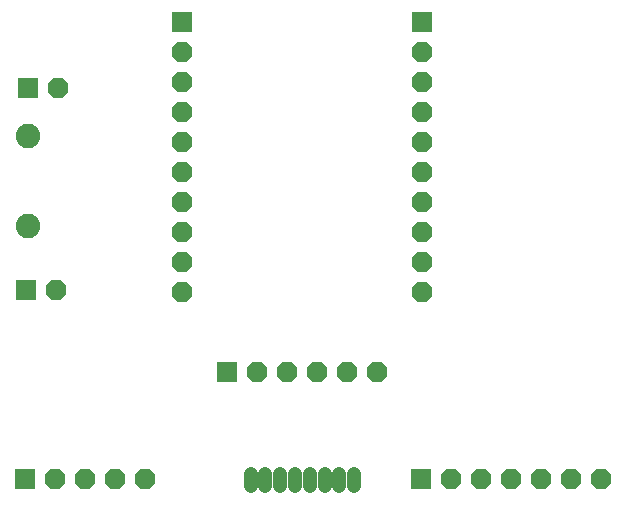
<source format=gbr>
G04 EAGLE Gerber RS-274X export*
G75*
%MOMM*%
%FSLAX34Y34*%
%LPD*%
%INSoldermask Top*%
%IPPOS*%
%AMOC8*
5,1,8,0,0,1.08239X$1,22.5*%
G01*
%ADD10R,1.727200X1.727200*%
%ADD11P,1.869504X8X112.500000*%
%ADD12P,1.869504X8X22.500000*%
%ADD13C,1.219200*%
%ADD14C,2.082800*%


D10*
X43434Y265176D03*
D11*
X68834Y265176D03*
D10*
X175280Y492819D03*
D12*
X175280Y467419D03*
X175280Y442019D03*
X175280Y416619D03*
X175280Y391219D03*
X175280Y365819D03*
X175280Y340419D03*
X175280Y315019D03*
X175280Y289619D03*
X175280Y264219D03*
D10*
X378714Y492819D03*
D12*
X378714Y467419D03*
X378714Y442019D03*
X378714Y416619D03*
X378714Y391219D03*
X378714Y365819D03*
X378714Y340419D03*
X378714Y315019D03*
X378714Y289619D03*
X378714Y264219D03*
D10*
X213429Y196285D03*
D11*
X238829Y196285D03*
X264229Y196285D03*
X289629Y196285D03*
X315029Y196285D03*
X340429Y196285D03*
D10*
X44450Y436626D03*
D11*
X69850Y436626D03*
D13*
X233364Y109982D02*
X233364Y99822D01*
X245864Y99822D02*
X245864Y109982D01*
X258364Y109982D02*
X258364Y99822D01*
X270864Y99822D02*
X270864Y109982D01*
X283364Y109982D02*
X283364Y99822D01*
X295864Y99822D02*
X295864Y109982D01*
X308364Y109982D02*
X308364Y99822D01*
X320864Y99822D02*
X320864Y109982D01*
D14*
X45212Y395732D03*
X45212Y319532D03*
D10*
X377331Y105300D03*
D11*
X402731Y105300D03*
X428131Y105300D03*
X453531Y105300D03*
X478931Y105300D03*
X504331Y105300D03*
X529731Y105300D03*
D10*
X42379Y105300D03*
D11*
X67779Y105300D03*
X93179Y105300D03*
X118579Y105300D03*
X143979Y105300D03*
M02*

</source>
